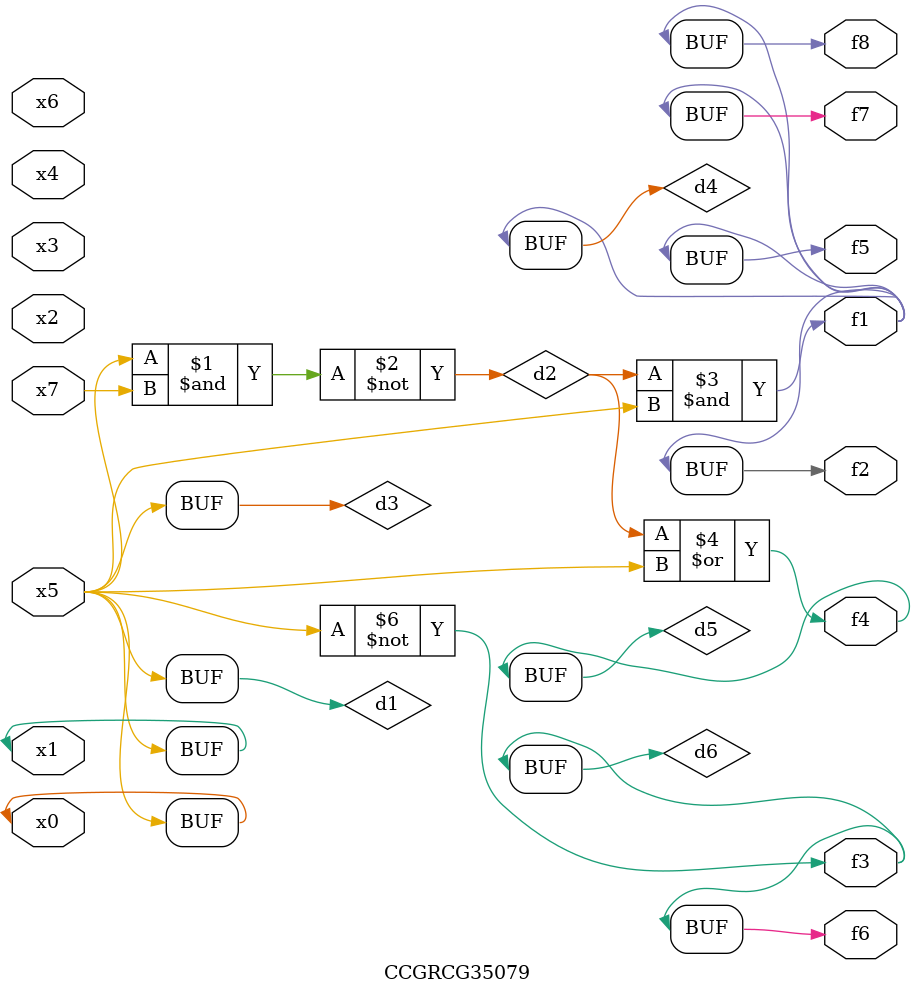
<source format=v>
module CCGRCG35079(
	input x0, x1, x2, x3, x4, x5, x6, x7,
	output f1, f2, f3, f4, f5, f6, f7, f8
);

	wire d1, d2, d3, d4, d5, d6;

	buf (d1, x0, x5);
	nand (d2, x5, x7);
	buf (d3, x0, x1);
	and (d4, d2, d3);
	or (d5, d2, d3);
	nor (d6, d1, d3);
	assign f1 = d4;
	assign f2 = d4;
	assign f3 = d6;
	assign f4 = d5;
	assign f5 = d4;
	assign f6 = d6;
	assign f7 = d4;
	assign f8 = d4;
endmodule

</source>
